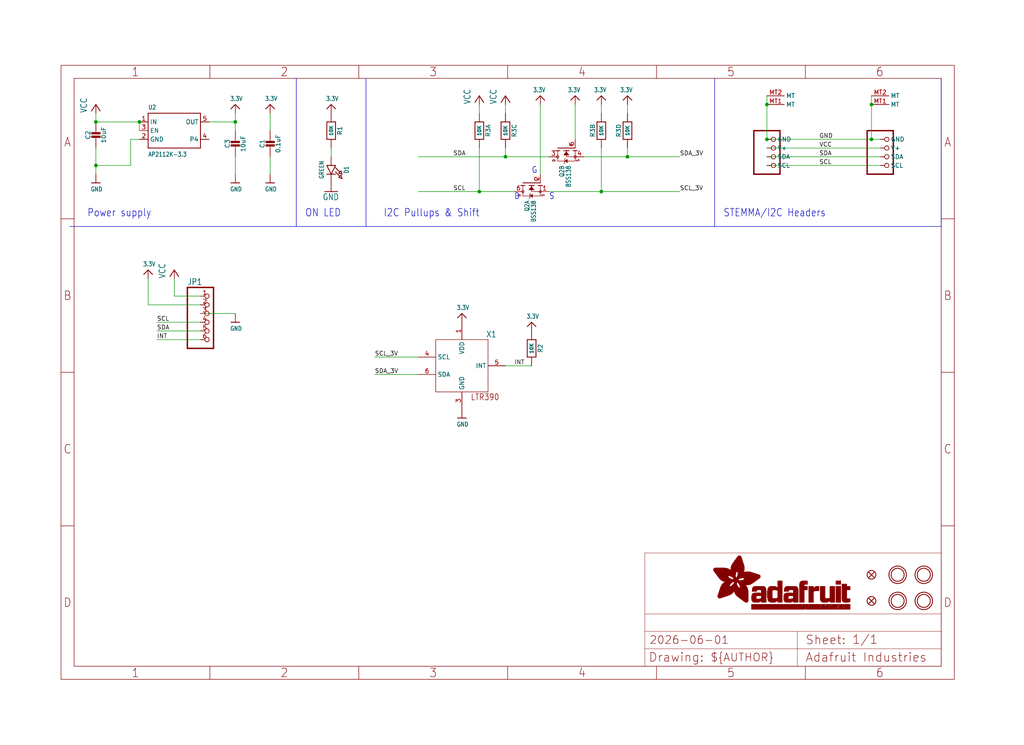
<source format=kicad_sch>
(kicad_sch (version 20230121) (generator eeschema)
  (paper "User" 298.45 217.322)
  (lib_symbols
    (symbol "working-eagle-import:3.3V" (power)
      (property "Value" "3.3V" (at -1.524 1.016 0))
      (symbol "3.3V_1_0"
        (pin power_in line (at 0 -2.54 90) (length 2.54) (name "3.3V") (number "1"))
      )
    )
    (symbol "working-eagle-import:CAP_CERAMIC0603_NO"
      (property "Reference" "C" (at -2.29 1.25 90))
      (symbol "CAP_CERAMIC0603_NO_1_0"
        (pin passive line (at 0 5.08 270) (length 2.54) (name "1") (number "1"))
        (pin passive line (at 0 -2.54 90) (length 2.54) (name "2") (number "2"))
      )
    )
    (symbol "working-eagle-import:CAP_CERAMIC0805-NOOUTLINE"
      (property "Reference" "C" (at -2.29 1.25 90))
      (symbol "CAP_CERAMIC0805-NOOUTLINE_1_0"
        (pin passive line (at 0 5.08 270) (length 2.54) (name "1") (number "1"))
        (pin passive line (at 0 -2.54 90) (length 2.54) (name "2") (number "2"))
      )
    )
    (symbol "working-eagle-import:FIDUCIAL_1MM")
    (symbol "working-eagle-import:FRAME_A4_ADAFRUIT"
      (symbol "FRAME_A4_ADAFRUIT_1_0"
        (text "${#}/${##}" (at 230.505 10.16 0) (effects (font (size 2.54 2.54)) (justify left bottom)))
        (text "${AUTHOR}" (at 189.23 5.08 0) (effects (font (size 2.286 2.286)) (justify left bottom)))
        (text "${CURRENT_DATE}" (at 171.45 10.16 0) (effects (font (size 2.286 2.286)) (justify left bottom)))
        (text "${PROJECTNAME}" (at 171.45 15.24 0) (effects (font (size 2.54 2.54)) (justify left bottom)))
        (text "1" (at 21.6958 1.905 0) (effects (font (size 2.54 2.286))))
        (text "1" (at 21.6958 177.165 0) (effects (font (size 2.54 2.286))))
        (text "2" (at 65.0875 1.905 0) (effects (font (size 2.54 2.286))))
        (text "2" (at 65.0875 177.165 0) (effects (font (size 2.54 2.286))))
        (text "3" (at 108.4792 1.905 0) (effects (font (size 2.54 2.286))))
        (text "3" (at 108.4792 177.165 0) (effects (font (size 2.54 2.286))))
        (text "4" (at 151.8708 1.905 0) (effects (font (size 2.54 2.286))))
        (text "4" (at 151.8708 177.165 0) (effects (font (size 2.54 2.286))))
        (text "5" (at 195.2625 1.905 0) (effects (font (size 2.54 2.286))))
        (text "5" (at 195.2625 177.165 0) (effects (font (size 2.54 2.286))))
        (text "6" (at 238.6542 1.905 0) (effects (font (size 2.54 2.286))))
        (text "6" (at 238.6542 177.165 0) (effects (font (size 2.54 2.286))))
        (text "A" (at 1.905 156.6863 0) (effects (font (size 2.54 2.286))))
        (text "A" (at 258.445 156.6863 0) (effects (font (size 2.54 2.286))))
        (text "Adafruit Industries" (at 216.916 4.953 0) (effects (font (size 2.54 2.54)) (justify left bottom)))
        (text "B" (at 1.905 111.9188 0) (effects (font (size 2.54 2.286))))
        (text "B" (at 258.445 111.9188 0) (effects (font (size 2.54 2.286))))
        (text "C" (at 1.905 67.1513 0) (effects (font (size 2.54 2.286))))
        (text "C" (at 258.445 67.1513 0) (effects (font (size 2.54 2.286))))
        (text "D" (at 1.905 22.3838 0) (effects (font (size 2.54 2.286))))
        (text "D" (at 258.445 22.3838 0) (effects (font (size 2.54 2.286))))
        (text "Drawing:" (at 171.196 4.953 0) (effects (font (size 2.54 2.54)) (justify left bottom)))
        (text "Sheet:" (at 216.916 10.033 0) (effects (font (size 2.54 2.54)) (justify left bottom)))
      )
    )
    (symbol "working-eagle-import:GND" (power)
      (property "Value" "GND" (at -1.524 -2.54 0))
      (symbol "GND_1_0"
        (pin power_in line (at 0 2.54 270) (length 2.54) (name "GND") (number "1"))
      )
    )
    (symbol "working-eagle-import:HEADER-1X670MIL"
      (property "Reference" "JP" (at -6.35 10.795 0))
      (symbol "HEADER-1X670MIL_1_0"
        (pin passive inverted (at -2.54 7.62 0) (length 2.54) (name "1") (number "1"))
        (pin passive inverted (at -2.54 5.08 0) (length 2.54) (name "2") (number "2"))
        (pin passive inverted (at -2.54 2.54 0) (length 2.54) (name "3") (number "3"))
        (pin passive inverted (at -2.54 0 0) (length 2.54) (name "4") (number "4"))
        (pin passive inverted (at -2.54 -2.54 0) (length 2.54) (name "5") (number "5"))
        (pin passive inverted (at -2.54 -5.08 0) (length 2.54) (name "6") (number "6"))
      )
    )
    (symbol "working-eagle-import:LED0603_NOOUTLINE"
      (property "Reference" "D" (at -1.27 4.445 0))
      (symbol "LED0603_NOOUTLINE_1_0"
        (pin passive line (at -5.08 0 0) (length 2.54) (name "A") (number "A"))
        (pin passive line (at 2.54 0 180) (length 2.54) (name "C") (number "C"))
      )
    )
    (symbol "working-eagle-import:LTR390"
      (property "Reference" "X" (at 10.16 10.16 0))
      (symbol "LTR390_1_0"
        (text "LTR390" (at 2.54 -10.16 0) (effects (font (size 1.778 1.5113)) (justify left bottom)))
        (pin power_in line (at 0 12.7 270) (length 5.08) (name "VDD") (number "1"))
        (pin power_in line (at 0 -12.7 90) (length 5.08) (name "GND") (number "3"))
        (pin bidirectional line (at -12.7 2.54 0) (length 5.08) (name "SCL") (number "4"))
        (pin bidirectional line (at 12.7 0 180) (length 5.08) (name "INT") (number "5"))
        (pin bidirectional line (at -12.7 -2.54 0) (length 5.08) (name "SDA") (number "6"))
      )
    )
    (symbol "working-eagle-import:MOSFET-N_DUAL"
      (property "Reference" "Q" (at 5.08 0.635 0))
      (symbol "MOSFET-N_DUAL_1_0"
        (text "D" (at 3.175 3.175 0) (effects (font (size 0.8128 0.6908)) (justify left bottom)))
        (text "G" (at -1.27 -1.905 0) (effects (font (size 0.8128 0.6908)) (justify left bottom)))
        (text "S" (at 3.175 -3.81 0) (effects (font (size 0.8128 0.6908)) (justify left bottom)))
        (pin bidirectional line (at 2.54 -5.08 90) (length 2.54) (name "S") (number "1"))
        (pin bidirectional line (at -2.54 -2.54 0) (length 2.54) (name "G") (number "2"))
        (pin bidirectional line (at 2.54 5.08 270) (length 2.54) (name "D") (number "6"))
      )
      (symbol "MOSFET-N_DUAL_2_0"
        (text "D" (at 3.175 3.175 0) (effects (font (size 0.8128 0.6908)) (justify left bottom)))
        (text "G" (at -1.27 -1.905 0) (effects (font (size 0.8128 0.6908)) (justify left bottom)))
        (text "S" (at 3.175 -3.81 0) (effects (font (size 0.8128 0.6908)) (justify left bottom)))
        (pin bidirectional line (at 2.54 5.08 270) (length 2.54) (name "D") (number "3"))
        (pin bidirectional line (at 2.54 -5.08 90) (length 2.54) (name "S") (number "4"))
        (pin bidirectional line (at -2.54 -2.54 0) (length 2.54) (name "G") (number "5"))
      )
    )
    (symbol "working-eagle-import:MOUNTINGHOLE2.5")
    (symbol "working-eagle-import:RESISTOR_0603_NOOUT"
      (property "Reference" "R" (at 0 2.54 0))
      (symbol "RESISTOR_0603_NOOUT_1_0"
        (pin passive line (at -5.08 0 0) (length 2.54) (name "1") (number "1"))
        (pin passive line (at 5.08 0 180) (length 2.54) (name "2") (number "2"))
      )
    )
    (symbol "working-eagle-import:RESISTOR_4PACK"
      (property "Reference" "R" (at 0 2.54 0))
      (symbol "RESISTOR_4PACK_1_0"
        (pin passive line (at -5.08 0 0) (length 2.54) (name "1") (number "1"))
        (pin passive line (at 5.08 0 180) (length 2.54) (name "2") (number "8"))
      )
      (symbol "RESISTOR_4PACK_2_0"
        (pin passive line (at -5.08 0 0) (length 2.54) (name "1") (number "2"))
        (pin passive line (at 5.08 0 180) (length 2.54) (name "2") (number "7"))
      )
      (symbol "RESISTOR_4PACK_3_0"
        (pin passive line (at -5.08 0 0) (length 2.54) (name "1") (number "3"))
        (pin passive line (at 5.08 0 180) (length 2.54) (name "2") (number "6"))
      )
      (symbol "RESISTOR_4PACK_4_0"
        (pin passive line (at -5.08 0 0) (length 2.54) (name "1") (number "4"))
        (pin passive line (at 5.08 0 180) (length 2.54) (name "2") (number "5"))
      )
    )
    (symbol "working-eagle-import:STEMMA_I2C_QT"
      (symbol "STEMMA_I2C_QT_1_0"
        (pin passive inverted (at 0 5.08 0) (length 2.54) (name "GND") (number "1"))
        (pin passive inverted (at 0 2.54 0) (length 2.54) (name "V+") (number "2"))
        (pin passive inverted (at 0 0 0) (length 2.54) (name "SDA") (number "3"))
        (pin passive inverted (at 0 -2.54 0) (length 2.54) (name "SCL") (number "4"))
      )
      (symbol "STEMMA_I2C_QT_2_0"
        (pin bidirectional line (at 0 0 0) (length 5.08) (name "MT") (number "MT1"))
      )
      (symbol "STEMMA_I2C_QT_3_0"
        (pin bidirectional line (at 0 0 0) (length 5.08) (name "MT") (number "MT2"))
      )
    )
    (symbol "working-eagle-import:VCC" (power)
      (property "Value" "VCC" (at -2.54 -2.54 90))
      (symbol "VCC_1_0"
        (pin power_in line (at 0 -2.54 90) (length 2.54) (name "VCC") (number "1"))
      )
    )
    (symbol "working-eagle-import:VREG_SOT23-5"
      (property "Reference" "U" (at -7.62 6.096 0))
      (symbol "VREG_SOT23-5_1_0"
        (pin power_in line (at -10.16 2.54 0) (length 2.54) (name "IN") (number "1"))
        (pin power_in line (at -10.16 -2.54 0) (length 2.54) (name "GND") (number "2"))
        (pin input line (at -10.16 0 0) (length 2.54) (name "EN") (number "3"))
        (pin bidirectional line (at 10.16 -2.54 180) (length 2.54) (name "P4") (number "4"))
        (pin power_in line (at 10.16 2.54 180) (length 2.54) (name "OUT") (number "5"))
      )
    )
    (symbol "working-eagle-import:supply1_GND" (power)
      (property "Value" "supply1_GND" (at -2.54 -2.54 0))
      (symbol "supply1_GND_1_0"
        (pin power_in line (at 0 2.54 270) (length 2.54) (name "GND") (number "1"))
      )
    )
  )
  (junction (at 254 30.48))
  (junction (at 139.7 55.88))
  (junction (at 182.88 45.72))
  (junction (at 223.52 40.64))
  (junction (at 40.64 35.56))
  (junction (at 27.94 48.26))
  (junction (at 175.26 55.88))
  (junction (at 147.32 45.72))
  (junction (at 27.94 35.56))
  (junction (at 68.58 35.56))
  (junction (at 223.52 30.48))
  (junction (at 254 40.64))
  (wire (pts (xy 254 30.48) (xy 254 40.64)) (stroke (width 0.1524)))
  (wire (pts (xy 223.52 43.18) (xy 256.54 43.18)) (stroke (width 0.1524)))
  (wire (pts (xy 27.94 33.02) (xy 27.94 35.56)) (stroke (width 0.1524)))
  (wire (pts (xy 68.58 45.72) (xy 68.58 50.8)) (stroke (width 0.1524)))
  (wire (pts (xy 58.42 88.9) (xy 43.18 88.9)) (stroke (width 0.1524)))
  (polyline (pts (xy 208.28 22.86) (xy 208.28 66.04)) (stroke (width 0.1524) (type solid)))
  (wire (pts (xy 139.7 43.18) (xy 139.7 55.88)) (stroke (width 0.1524)))
  (wire (pts (xy 38.1 40.64) (xy 38.1 48.26)) (stroke (width 0.1524)))
  (wire (pts (xy 68.58 35.56) (xy 68.58 38.1)) (stroke (width 0.1524)))
  (wire (pts (xy 78.74 45.72) (xy 78.74 50.8)) (stroke (width 0.1524)))
  (wire (pts (xy 27.94 48.26) (xy 27.94 50.8)) (stroke (width 0.1524)))
  (wire (pts (xy 58.42 93.98) (xy 45.72 93.98)) (stroke (width 0.1524)))
  (wire (pts (xy 50.8 86.36) (xy 50.8 81.28)) (stroke (width 0.1524)))
  (wire (pts (xy 147.32 33.02) (xy 147.32 30.48)) (stroke (width 0.1524)))
  (wire (pts (xy 223.52 48.26) (xy 256.54 48.26)) (stroke (width 0.1524)))
  (polyline (pts (xy 86.36 22.86) (xy 86.36 66.04)) (stroke (width 0.1524) (type solid)))
  (wire (pts (xy 170.18 45.72) (xy 182.88 45.72)) (stroke (width 0.1524)))
  (wire (pts (xy 254 27.94) (xy 254 30.48)) (stroke (width 0.1524)))
  (wire (pts (xy 175.26 55.88) (xy 198.12 55.88)) (stroke (width 0.1524)))
  (wire (pts (xy 58.42 96.52) (xy 45.72 96.52)) (stroke (width 0.1524)))
  (wire (pts (xy 27.94 48.26) (xy 27.94 43.18)) (stroke (width 0.1524)))
  (wire (pts (xy 256.54 40.64) (xy 254 40.64)) (stroke (width 0.1524)))
  (wire (pts (xy 175.26 43.18) (xy 175.26 55.88)) (stroke (width 0.1524)))
  (wire (pts (xy 167.64 40.64) (xy 167.64 30.48)) (stroke (width 0.1524)))
  (wire (pts (xy 182.88 45.72) (xy 198.12 45.72)) (stroke (width 0.1524)))
  (wire (pts (xy 157.48 50.8) (xy 157.48 30.48)) (stroke (width 0.1524)))
  (wire (pts (xy 139.7 30.48) (xy 139.7 33.02)) (stroke (width 0.1524)))
  (wire (pts (xy 40.64 40.64) (xy 38.1 40.64)) (stroke (width 0.1524)))
  (wire (pts (xy 223.52 30.48) (xy 223.52 40.64)) (stroke (width 0.1524)))
  (wire (pts (xy 40.64 35.56) (xy 27.94 35.56)) (stroke (width 0.1524)))
  (wire (pts (xy 139.7 55.88) (xy 121.92 55.88)) (stroke (width 0.1524)))
  (wire (pts (xy 109.22 104.14) (xy 121.92 104.14)) (stroke (width 0.1524)))
  (wire (pts (xy 78.74 33.02) (xy 78.74 38.1)) (stroke (width 0.1524)))
  (wire (pts (xy 58.42 99.06) (xy 45.72 99.06)) (stroke (width 0.1524)))
  (wire (pts (xy 182.88 33.02) (xy 182.88 30.48)) (stroke (width 0.1524)))
  (wire (pts (xy 223.52 27.94) (xy 223.52 30.48)) (stroke (width 0.1524)))
  (wire (pts (xy 182.88 43.18) (xy 182.88 45.72)) (stroke (width 0.1524)))
  (wire (pts (xy 149.86 55.88) (xy 139.7 55.88)) (stroke (width 0.1524)))
  (wire (pts (xy 40.64 38.1) (xy 40.64 35.56)) (stroke (width 0.1524)))
  (wire (pts (xy 147.32 106.68) (xy 154.94 106.68)) (stroke (width 0.1524)))
  (wire (pts (xy 147.32 43.18) (xy 147.32 45.72)) (stroke (width 0.1524)))
  (wire (pts (xy 121.92 109.22) (xy 109.22 109.22)) (stroke (width 0.1524)))
  (wire (pts (xy 60.96 35.56) (xy 68.58 35.56)) (stroke (width 0.1524)))
  (wire (pts (xy 58.42 86.36) (xy 50.8 86.36)) (stroke (width 0.1524)))
  (polyline (pts (xy 106.68 22.86) (xy 106.68 66.04)) (stroke (width 0.1524) (type solid)))
  (polyline (pts (xy 20.32 66.04) (xy 86.36 66.04)) (stroke (width 0.1524) (type solid)))
  (wire (pts (xy 160.02 45.72) (xy 147.32 45.72)) (stroke (width 0.1524)))
  (polyline (pts (xy 208.28 66.04) (xy 274.32 66.04)) (stroke (width 0.1524) (type solid)))
  (wire (pts (xy 58.42 91.44) (xy 68.58 91.44)) (stroke (width 0.1524)))
  (wire (pts (xy 43.18 88.9) (xy 43.18 81.28)) (stroke (width 0.1524)))
  (wire (pts (xy 68.58 35.56) (xy 68.58 33.02)) (stroke (width 0.1524)))
  (wire (pts (xy 96.52 45.72) (xy 96.52 43.18)) (stroke (width 0.1524)))
  (polyline (pts (xy 274.32 22.86) (xy 274.32 66.04)) (stroke (width 0.1524) (type solid)))
  (polyline (pts (xy 86.36 66.04) (xy 106.68 66.04)) (stroke (width 0.1524) (type solid)))
  (wire (pts (xy 38.1 48.26) (xy 27.94 48.26)) (stroke (width 0.1524)))
  (wire (pts (xy 160.02 55.88) (xy 175.26 55.88)) (stroke (width 0.1524)))
  (wire (pts (xy 256.54 45.72) (xy 223.52 45.72)) (stroke (width 0.1524)))
  (wire (pts (xy 175.26 33.02) (xy 175.26 30.48)) (stroke (width 0.1524)))
  (wire (pts (xy 254 40.64) (xy 223.52 40.64)) (stroke (width 0.1524)))
  (wire (pts (xy 147.32 45.72) (xy 121.92 45.72)) (stroke (width 0.1524)))
  (polyline (pts (xy 106.68 66.04) (xy 208.28 66.04)) (stroke (width 0.1524) (type solid)))
  (text "STEMMA/I2C Headers" (at 210.82 63.5 0) (effects (font (size 2.1844 1.8567)) (justify left bottom)))
  (text "I2C Pullups & Shift" (at 111.76 63.5 0) (effects (font (size 2.1844 1.8567)) (justify left bottom)))
  (text "ON LED" (at 88.9 63.5 0) (effects (font (size 2.1844 1.8567)) (justify left bottom)))
  (text "D" (at 149.86 58.42 0) (effects (font (size 1.778 1.5113)) (justify left bottom)))
  (text "S" (at 160.02 58.42 0) (effects (font (size 1.778 1.5113)) (justify left bottom)))
  (text "Power supply" (at 25.4 63.5 0) (effects (font (size 2.1844 1.8567)) (justify left bottom)))
  (text "G" (at 154.94 50.8 0) (effects (font (size 1.778 1.5113)) (justify left bottom)))
  (label "GND" (at 238.76 40.64 0) (effects (font (size 1.2446 1.2446))))
  (label "SDA" (at 132.08 45.72 0) (effects (font (size 1.2446 1.2446))))
  (label "INT" (at 149.86 106.68 0) (effects (font (size 1.2446 1.2446))))
  (label "INT" (at 45.72 99.06 0) (effects (font (size 1.2446 1.2446))))
  (label "SDA" (at 238.76 45.72 0) (effects (font (size 1.2446 1.2446))))
  (label "SCL" (at 132.08 55.88 0) (effects (font (size 1.2446 1.2446))))
  (label "SCL" (at 238.76 48.26 0) (effects (font (size 1.2446 1.2446))))
  (label "SDA" (at 45.72 96.52 0) (effects (font (size 1.2446 1.2446))))
  (label "SDA_3V" (at 109.22 109.22 0) (effects (font (size 1.2446 1.2446))))
  (label "SCL_3V" (at 198.12 55.88 0) (effects (font (size 1.2446 1.2446))))
  (label "SCL" (at 45.72 93.98 0) (effects (font (size 1.2446 1.2446))))
  (label "SCL_3V" (at 109.22 104.14 0) (effects (font (size 1.2446 1.2446))))
  (label "SDA_3V" (at 198.12 45.72 0) (effects (font (size 1.2446 1.2446))))
  (label "VCC" (at 238.76 43.18 0) (effects (font (size 1.2446 1.2446))))
  (symbol (lib_id "working-eagle-import:FIDUCIAL_1MM") (at 254 175.26 0) (unit 1)
    (property "Reference" "FID3" (effects hide))
    (property "Value" "FIDUCIAL_1MM" (effects hide))
    (property "Footprint" "working:FIDUCIAL_1MM" (effects hide))
  )
  (symbol (lib_id "working-eagle-import:VCC") (at 50.8 78.74 0) (unit 1)
    (property "Reference" "#P+4" (effects hide))
    (property "Value" "VCC" (at 48.26 81.28 90) (effects (font (size 1.778 1.5113)) (justify left bottom)))
  )
  (symbol (lib_id "working-eagle-import:RESISTOR_0603_NOOUT") (at 154.94 101.6 270) (unit 1)
    (property "Reference" "R2" (at 157.48 101.6 0))
    (property "Value" "10K" (at 154.94 101.6 0) (effects (font (size 1.016 1.016) bold)))
    (property "Footprint" "working:0603-NO" (effects hide))
  )
  (symbol (lib_id "working-eagle-import:FIDUCIAL_1MM") (at 254 167.64 0) (unit 1)
    (property "Reference" "FID4" (effects hide))
    (property "Value" "FIDUCIAL_1MM" (effects hide))
    (property "Footprint" "working:FIDUCIAL_1MM" (effects hide))
  )
  (symbol (lib_id "working-eagle-import:GND") (at 134.62 121.92 0) (unit 1)
    (property "Reference" "#U$9" (effects hide))
    (property "Value" "GND" (at 133.096 124.46 0) (effects (font (size 1.27 1.0795)) (justify left bottom)))
  )
  (symbol (lib_id "working-eagle-import:MOUNTINGHOLE2.5") (at 261.62 175.26 0) (unit 1)
    (property "Reference" "U$1" (effects hide))
    (property "Value" "MOUNTINGHOLE2.5" (effects hide))
    (property "Footprint" "working:MOUNTINGHOLE_2.5_PLATED" (effects hide))
  )
  (symbol (lib_id "working-eagle-import:FRAME_A4_ADAFRUIT") (at 17.78 198.12 0) (unit 1)
    (property "Reference" "#U$18" (effects hide))
    (property "Value" "FRAME_A4_ADAFRUIT" (effects hide))
  )
  (symbol (lib_id "working-eagle-import:VCC") (at 27.94 30.48 0) (unit 1)
    (property "Reference" "#P+3" (effects hide))
    (property "Value" "VCC" (at 25.4 33.02 90) (effects (font (size 1.778 1.5113)) (justify left bottom)))
  )
  (symbol (lib_id "working-eagle-import:3.3V") (at 78.74 30.48 0) (unit 1)
    (property "Reference" "#U$14" (effects hide))
    (property "Value" "3.3V" (at 77.216 29.464 0) (effects (font (size 1.27 1.0795)) (justify left bottom)))
  )
  (symbol (lib_id "working-eagle-import:VREG_SOT23-5") (at 50.8 38.1 0) (unit 1)
    (property "Reference" "U2" (at 43.18 32.004 0) (effects (font (size 1.27 1.0795)) (justify left bottom)))
    (property "Value" "AP2112K-3.3" (at 43.18 45.72 0) (effects (font (size 1.27 1.0795)) (justify left bottom)))
    (property "Footprint" "working:SOT23-5" (effects hide))
  )
  (symbol (lib_id "working-eagle-import:RESISTOR_4PACK") (at 182.88 38.1 90) (mirror x) (unit 4)
    (property "Reference" "R3" (at 180.34 38.1 0))
    (property "Value" "10K" (at 182.88 38.1 0) (effects (font (size 1.016 1.016) bold)))
    (property "Footprint" "working:RESPACK_4X0603" (effects hide))
  )
  (symbol (lib_id "working-eagle-import:STEMMA_I2C_QT") (at 223.52 45.72 0) (unit 1)
    (property "Reference" "CONN3" (effects hide))
    (property "Value" "STEMMA_I2C_QT" (effects hide))
    (property "Footprint" "working:JST_SH4" (effects hide))
  )
  (symbol (lib_id "working-eagle-import:STEMMA_I2C_QT") (at 256.54 45.72 0) (unit 1)
    (property "Reference" "CONN4" (effects hide))
    (property "Value" "STEMMA_I2C_QT" (effects hide))
    (property "Footprint" "working:JST_SH4" (effects hide))
  )
  (symbol (lib_id "working-eagle-import:STEMMA_I2C_QT") (at 254 30.48 0) (unit 2)
    (property "Reference" "CONN4" (effects hide))
    (property "Value" "STEMMA_I2C_QT" (effects hide))
    (property "Footprint" "working:JST_SH4" (effects hide))
  )
  (symbol (lib_id "working-eagle-import:RESISTOR_0603_NOOUT") (at 96.52 38.1 270) (unit 1)
    (property "Reference" "R1" (at 99.06 38.1 0))
    (property "Value" "10K" (at 96.52 38.1 0) (effects (font (size 1.016 1.016) bold)))
    (property "Footprint" "working:0603-NO" (effects hide))
  )
  (symbol (lib_id "working-eagle-import:MOUNTINGHOLE2.5") (at 269.24 175.26 0) (unit 1)
    (property "Reference" "U$21" (effects hide))
    (property "Value" "MOUNTINGHOLE2.5" (effects hide))
    (property "Footprint" "working:MOUNTINGHOLE_2.5_PLATED" (effects hide))
  )
  (symbol (lib_id "working-eagle-import:3.3V") (at 134.62 91.44 0) (unit 1)
    (property "Reference" "#U$8" (effects hide))
    (property "Value" "3.3V" (at 133.096 90.424 0) (effects (font (size 1.27 1.0795)) (justify left bottom)))
  )
  (symbol (lib_id "working-eagle-import:MOSFET-N_DUAL") (at 154.94 53.34 90) (mirror x) (unit 1)
    (property "Reference" "Q2" (at 154.305 58.42 0) (effects (font (size 1.27 1.0795)) (justify left bottom)))
    (property "Value" "BSS138" (at 156.21 58.42 0) (effects (font (size 1.27 1.0795)) (justify left bottom)))
    (property "Footprint" "working:SOT363" (effects hide))
  )
  (symbol (lib_id "working-eagle-import:STEMMA_I2C_QT") (at 223.52 27.94 0) (unit 3)
    (property "Reference" "CONN3" (effects hide))
    (property "Value" "STEMMA_I2C_QT" (effects hide))
    (property "Footprint" "working:JST_SH4" (effects hide))
  )
  (symbol (lib_id "working-eagle-import:HEADER-1X670MIL") (at 60.96 93.98 0) (unit 1)
    (property "Reference" "JP1" (at 54.61 83.185 0) (effects (font (size 1.778 1.5113)) (justify left bottom)))
    (property "Value" "HEADER-1X670MIL" (effects hide))
    (property "Footprint" "working:1X06_ROUND_70" (effects hide))
  )
  (symbol (lib_id "working-eagle-import:3.3V") (at 167.64 27.94 0) (mirror y) (unit 1)
    (property "Reference" "#U$23" (effects hide))
    (property "Value" "3.3V" (at 169.164 26.924 0) (effects (font (size 1.27 1.0795)) (justify left bottom)))
  )
  (symbol (lib_id "working-eagle-import:RESISTOR_4PACK") (at 175.26 38.1 90) (mirror x) (unit 2)
    (property "Reference" "R3" (at 172.72 38.1 0))
    (property "Value" "10K" (at 175.26 38.1 0) (effects (font (size 1.016 1.016) bold)))
    (property "Footprint" "working:RESPACK_4X0603" (effects hide))
  )
  (symbol (lib_id "working-eagle-import:3.3V") (at 182.88 27.94 0) (mirror y) (unit 1)
    (property "Reference" "#U$7" (effects hide))
    (property "Value" "3.3V" (at 184.404 26.924 0) (effects (font (size 1.27 1.0795)) (justify left bottom)))
  )
  (symbol (lib_id "working-eagle-import:3.3V") (at 175.26 27.94 0) (mirror y) (unit 1)
    (property "Reference" "#U$24" (effects hide))
    (property "Value" "3.3V" (at 176.784 26.924 0) (effects (font (size 1.27 1.0795)) (justify left bottom)))
  )
  (symbol (lib_id "working-eagle-import:STEMMA_I2C_QT") (at 254 27.94 0) (unit 3)
    (property "Reference" "CONN4" (effects hide))
    (property "Value" "STEMMA_I2C_QT" (effects hide))
    (property "Footprint" "working:JST_SH4" (effects hide))
  )
  (symbol (lib_id "working-eagle-import:3.3V") (at 43.18 78.74 0) (unit 1)
    (property "Reference" "#U$16" (effects hide))
    (property "Value" "3.3V" (at 41.656 77.724 0) (effects (font (size 1.27 1.0795)) (justify left bottom)))
  )
  (symbol (lib_id "working-eagle-import:MOUNTINGHOLE2.5") (at 261.62 167.64 0) (unit 1)
    (property "Reference" "U$17" (effects hide))
    (property "Value" "MOUNTINGHOLE2.5" (effects hide))
    (property "Footprint" "working:MOUNTINGHOLE_2.5_PLATED" (effects hide))
  )
  (symbol (lib_id "working-eagle-import:RESISTOR_4PACK") (at 139.7 38.1 270) (unit 1)
    (property "Reference" "R3" (at 142.24 38.1 0))
    (property "Value" "10K" (at 139.7 38.1 0) (effects (font (size 1.016 1.016) bold)))
    (property "Footprint" "working:RESPACK_4X0603" (effects hide))
  )
  (symbol (lib_id "working-eagle-import:STEMMA_I2C_QT") (at 223.52 30.48 0) (unit 2)
    (property "Reference" "CONN3" (effects hide))
    (property "Value" "STEMMA_I2C_QT" (effects hide))
    (property "Footprint" "working:JST_SH4" (effects hide))
  )
  (symbol (lib_id "working-eagle-import:LTR390") (at 134.62 106.68 0) (unit 1)
    (property "Reference" "X1" (at 144.78 96.52 0) (effects (font (size 1.778 1.5113)) (justify right top)))
    (property "Value" "LTR390" (effects hide))
    (property "Footprint" "working:LTR390" (effects hide))
  )
  (symbol (lib_id "working-eagle-import:CAP_CERAMIC0805-NOOUTLINE") (at 27.94 40.64 0) (unit 1)
    (property "Reference" "C2" (at 25.65 39.39 90))
    (property "Value" "10uF" (at 30.24 39.39 90))
    (property "Footprint" "working:0805-NO" (effects hide))
  )
  (symbol (lib_id "working-eagle-import:CAP_CERAMIC0603_NO") (at 78.74 43.18 0) (unit 1)
    (property "Reference" "C1" (at 76.45 41.93 90))
    (property "Value" "0.1uF" (at 81.04 41.93 90))
    (property "Footprint" "working:0603-NO" (effects hide))
  )
  (symbol (lib_id "working-eagle-import:RESISTOR_4PACK") (at 147.32 38.1 270) (unit 3)
    (property "Reference" "R3" (at 149.86 38.1 0))
    (property "Value" "10K" (at 147.32 38.1 0) (effects (font (size 1.016 1.016) bold)))
    (property "Footprint" "working:RESPACK_4X0603" (effects hide))
  )
  (symbol (lib_id "working-eagle-import:3.3V") (at 157.48 27.94 0) (mirror y) (unit 1)
    (property "Reference" "#U$26" (effects hide))
    (property "Value" "3.3V" (at 159.004 26.924 0) (effects (font (size 1.27 1.0795)) (justify left bottom)))
  )
  (symbol (lib_id "working-eagle-import:LED0603_NOOUTLINE") (at 96.52 50.8 270) (unit 1)
    (property "Reference" "D1" (at 100.965 49.53 0) (effects (font (size 1.27 1.0795))))
    (property "Value" "GREEN" (at 93.726 49.53 0) (effects (font (size 1.27 1.0795))))
    (property "Footprint" "working:CHIPLED_0603_NOOUTLINE" (effects hide))
  )
  (symbol (lib_id "working-eagle-import:3.3V") (at 154.94 93.98 0) (unit 1)
    (property "Reference" "#U$2" (effects hide))
    (property "Value" "3.3V" (at 153.416 92.964 0) (effects (font (size 1.27 1.0795)) (justify left bottom)))
  )
  (symbol (lib_id "working-eagle-import:GND") (at 68.58 53.34 0) (unit 1)
    (property "Reference" "#U$5" (effects hide))
    (property "Value" "GND" (at 67.056 55.88 0) (effects (font (size 1.27 1.0795)) (justify left bottom)))
  )
  (symbol (lib_id "working-eagle-import:GND") (at 68.58 93.98 0) (unit 1)
    (property "Reference" "#U$10" (effects hide))
    (property "Value" "GND" (at 67.056 96.52 0) (effects (font (size 1.27 1.0795)) (justify left bottom)))
  )
  (symbol (lib_id "working-eagle-import:GND") (at 27.94 53.34 0) (unit 1)
    (property "Reference" "#U$13" (effects hide))
    (property "Value" "GND" (at 26.416 55.88 0) (effects (font (size 1.27 1.0795)) (justify left bottom)))
  )
  (symbol (lib_id "working-eagle-import:supply1_GND") (at 96.52 55.88 0) (unit 1)
    (property "Reference" "#GND6" (effects hide))
    (property "Value" "GND" (at 93.98 58.42 0) (effects (font (size 1.778 1.5113)) (justify left bottom)))
  )
  (symbol (lib_id "working-eagle-import:MOSFET-N_DUAL") (at 165.1 43.18 90) (mirror x) (unit 2)
    (property "Reference" "Q2" (at 164.465 48.26 0) (effects (font (size 1.27 1.0795)) (justify left bottom)))
    (property "Value" "BSS138" (at 166.37 48.26 0) (effects (font (size 1.27 1.0795)) (justify left bottom)))
    (property "Footprint" "working:SOT363" (effects hide))
  )
  (symbol (lib_id "working-eagle-import:VCC") (at 147.32 27.94 0) (unit 1)
    (property "Reference" "#P+2" (effects hide))
    (property "Value" "VCC" (at 144.78 30.48 90) (effects (font (size 1.778 1.5113)) (justify left bottom)))
  )
  (symbol (lib_id "working-eagle-import:CAP_CERAMIC0805-NOOUTLINE") (at 68.58 43.18 0) (unit 1)
    (property "Reference" "C3" (at 66.29 41.93 90))
    (property "Value" "10uF" (at 70.88 41.93 90))
    (property "Footprint" "working:0805-NO" (effects hide))
  )
  (symbol (lib_id "working-eagle-import:3.3V") (at 68.58 30.48 0) (unit 1)
    (property "Reference" "#U$15" (effects hide))
    (property "Value" "3.3V" (at 67.056 29.464 0) (effects (font (size 1.27 1.0795)) (justify left bottom)))
  )
  (symbol (lib_id "working-eagle-import:GND") (at 78.74 53.34 0) (unit 1)
    (property "Reference" "#U$6" (effects hide))
    (property "Value" "GND" (at 77.216 55.88 0) (effects (font (size 1.27 1.0795)) (justify left bottom)))
  )
  (symbol (lib_id "working-eagle-import:VCC") (at 139.7 27.94 0) (unit 1)
    (property "Reference" "#P+1" (effects hide))
    (property "Value" "VCC" (at 137.16 30.48 90) (effects (font (size 1.778 1.5113)) (justify left bottom)))
  )
  (symbol (lib_id "working-eagle-import:MOUNTINGHOLE2.5") (at 269.24 167.64 0) (unit 1)
    (property "Reference" "U$19" (effects hide))
    (property "Value" "MOUNTINGHOLE2.5" (effects hide))
    (property "Footprint" "working:MOUNTINGHOLE_2.5_PLATED" (effects hide))
  )
  (symbol (lib_id "working-eagle-import:3.3V") (at 96.52 30.48 0) (unit 1)
    (property "Reference" "#U$3" (effects hide))
    (property "Value" "3.3V" (at 94.996 29.464 0) (effects (font (size 1.27 1.0795)) (justify left bottom)))
  )
)
</source>
